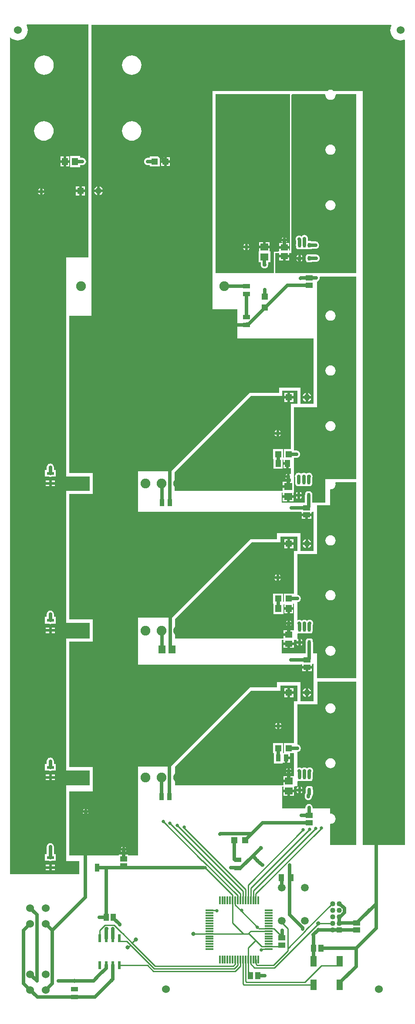
<source format=gtl>
%FSTAX23Y23*%
%MOIN*%
%SFA1B1*%

%IPPOS*%
%AMD23*
4,1,8,0.008900,0.015700,-0.008900,0.015700,-0.010800,0.013800,-0.010800,-0.013800,-0.008900,-0.015700,0.008900,-0.015700,0.010800,-0.013800,0.010800,0.013800,0.008900,0.015700,0.0*
1,1,0.003900,0.008900,0.013800*
1,1,0.003900,-0.008900,0.013800*
1,1,0.003900,-0.008900,-0.013800*
1,1,0.003900,0.008900,-0.013800*
%
%AMD24*
4,1,8,0.008900,0.015500,-0.008900,0.015500,-0.010800,0.013500,-0.010800,-0.013500,-0.008900,-0.015500,0.008900,-0.015500,0.010800,-0.013500,0.010800,0.013500,0.008900,0.015500,0.0*
1,1,0.003900,0.008900,0.013500*
1,1,0.003900,-0.008900,0.013500*
1,1,0.003900,-0.008900,-0.013500*
1,1,0.003900,0.008900,-0.013500*
%
%ADD19R,0.041340X0.055120*%
%ADD20R,0.042000X0.053150*%
%ADD21R,0.053150X0.042000*%
%ADD22R,0.053150X0.043000*%
G04~CAMADD=23~8~0.0~0.0~216.5~315.0~19.5~0.0~15~0.0~0.0~0.0~0.0~0~0.0~0.0~0.0~0.0~0~0.0~0.0~0.0~0.0~216.5~315.0*
%ADD23D23*%
G04~CAMADD=24~8~0.0~0.0~216.5~310.0~19.5~0.0~15~0.0~0.0~0.0~0.0~0~0.0~0.0~0.0~0.0~0~0.0~0.0~0.0~0.0~216.5~310.0*
%ADD24D24*%
%ADD25R,0.061020X0.053150*%
%ADD26R,0.057090X0.045280*%
%ADD27R,0.011810X0.061020*%
%ADD28R,0.061020X0.011810*%
%ADD29R,0.214570X0.259840*%
%ADD30R,0.023620X0.059060*%
%ADD31R,0.035430X0.062990*%
%ADD32C,0.032000*%
%ADD33R,0.047240X0.047240*%
%ADD34R,0.047240X0.047240*%
%ADD35R,0.053150X0.037400*%
%ADD36R,0.037400X0.053150*%
%ADD37R,0.047240X0.057090*%
%ADD38R,0.053150X0.061020*%
%ADD39R,0.051180X0.082680*%
%ADD40R,0.039370X0.053150*%
%ADD41R,0.053150X0.021650*%
%ADD54C,0.040000*%
%ADD79C,0.011000*%
%ADD80C,0.025000*%
%ADD81O,0.099000X0.263000*%
%ADD82C,0.060000*%
%ADD83C,0.074800*%
%ADD84R,0.074800X0.074800*%
%ADD85C,0.048420*%
%ADD86R,0.048420X0.048420*%
%ADD87C,0.072840*%
%ADD88R,0.040000X0.040000*%
%ADD89C,0.058980*%
%ADD90R,0.075240X0.075240*%
%ADD91C,0.075240*%
%ADD92C,0.107720*%
%ADD93C,0.025000*%
%LNchassispowerdistribution_b_1.0_rw-1*%
%LPD*%
G36*
X00625Y0753D02*
Y05745D01*
X00455*
Y0407*
X00635*
Y0396*
X00455*
Y0295*
X00635*
Y0283*
X00455*
Y0182*
X00635*
Y01705*
X00455*
Y01125*
X00555*
Y01025*
X00025*
Y07427*
X00027Y07428*
X0003Y07429*
X00041Y07419*
X00055Y07412*
X00069Y07408*
X00085Y07406*
X001Y07408*
X00114Y07412*
X00128Y07419*
X0014Y07429*
X0015Y07441*
X00157Y07455*
X00161Y07469*
X00163Y07485*
X00161Y075*
X00157Y07514*
X00152Y07525*
X00155Y0753*
X00625*
G37*
G36*
X02675Y05625D02*
X02055D01*
Y05779*
X02081*
X02086Y05777*
Y05764*
X02163*
Y0578*
X0218*
Y05799*
X0218Y058*
Y0699*
X02185Y06995*
X02437*
X02441Y06991*
X02441Y06989*
X02442Y06979*
X02446Y0697*
X02452Y06962*
X0246Y06956*
X02469Y06952*
X0248Y06951*
X0249Y06952*
X02499Y06956*
X02507Y06962*
X02513Y0697*
X02517Y06979*
X02518Y06989*
X02518Y06991*
X02522Y06995*
X02675*
Y05625*
G37*
G36*
X0217Y06995D02*
Y058D01*
X02165Y05797*
X02163Y05797*
Y05813*
X02086*
Y05792*
X02081*
Y0579*
X02045*
Y05625*
X016*
Y06995*
X0217*
G37*
G36*
X02225Y0469D02*
Y04625D01*
X02175*
Y04278*
X02122*
Y04211*
X02122Y04211*
X02117Y04214*
Y04278*
X0204*
Y04201*
X02044*
Y04128*
X02114*
Y04197*
X02115Y04197*
X0212Y04194*
Y0418*
X0215*
Y0417*
X0216*
Y04133*
X02175*
Y04088*
X0217Y04087*
X02165Y0409*
Y0407*
Y04049*
X0217Y04052*
X02175Y04051*
Y04028*
X02165*
Y03991*
X02155*
Y03981*
X02114*
Y0396*
X01285*
Y041*
X0187Y04685*
X0211*
Y04725*
X02225*
Y0469*
G37*
G36*
X02675Y02525D02*
X02375D01*
Y02715*
X02345*
Y02799*
X02344Y02806*
X02343Y02808*
Y02813*
X02342Y0282*
X02338Y02825*
X02332Y02829*
X02326Y0283*
X02308*
X02301Y02829*
X02296Y02825*
X02292Y0282*
X02291Y02813*
Y02808*
X0229Y02806*
X02289Y02799*
Y02715*
X02105*
Y02819*
X02121*
Y028*
X02198*
Y0282*
X02218*
X02221Y02815*
X02221Y02813*
Y02809*
X02232*
Y02825*
X0223Y02825*
X02226Y02826*
X02225Y02828*
Y02866*
X0223Y0287*
X02233Y02869*
X02251*
X02258Y0287*
X02261Y02872*
X02264Y0287*
X02271Y02869*
X02288*
X02295Y0287*
X02298Y02872*
X02301Y0287*
X02308Y02869*
X02325*
X02332Y0287*
X02338Y02874*
X02341Y02879*
X02343Y02886*
Y02891*
X02343Y02893*
X02344Y029*
Y02932*
X02346Y02937*
X02347Y02945*
X02346Y02952*
X02344Y02958*
X02339Y02964*
X02333Y02969*
X02327Y02971*
X0232Y02972*
X02312Y02971*
X02306Y02969*
X02303Y02967*
X02299Y02964*
X02293Y02969*
X02287Y02971*
X0228Y02972*
X02272Y02971*
X02266Y02969*
X0226Y02964*
X02256Y02967*
X02253Y02969*
X02247Y02971*
X0224Y02972*
X02232Y02971*
X0223Y0297*
X02227Y02971*
X02225Y02973*
Y03107*
X02232Y03108*
X02238Y0311*
X02244Y03115*
X02249Y03121*
X02251Y03127*
X02252Y03135*
X02251Y03142*
X02249Y03148*
X02244Y03154*
X02238Y03159*
X02232Y03161*
X02225Y03162*
Y03475*
X02375*
Y0385*
X02475*
Y03967*
X02478Y03971*
X0248Y03971*
X0249Y03972*
X02499Y03976*
X02507Y03982*
X02513Y0399*
X02517Y03999*
X02518Y04009*
X02517Y0402*
X02517Y0402*
X0252Y04025*
X02675*
Y02525*
G37*
G36*
Y0405D02*
X0244D01*
Y0387*
X0234*
Y03924*
X02339Y03931*
X02338Y03933*
Y03938*
X02337Y03945*
X02333Y0395*
X02327Y03954*
X02321Y03955*
X02303*
X02296Y03954*
X02291Y0395*
X02287Y03945*
X02286Y03938*
Y03933*
X02285Y03931*
X02284Y03924*
Y0387*
X02105*
Y03945*
X02114*
Y03925*
X02195*
Y03945*
X022*
Y0395*
X022*
Y04033*
X022*
Y04212*
X0222*
X02227Y04213*
X02233Y04215*
X02239Y0422*
X02244Y04226*
X02246Y04232*
X02247Y0424*
X02246Y04247*
X02244Y04253*
X02239Y04259*
X02233Y04264*
X02227Y04266*
X0222Y04267*
X022*
Y046*
X02375*
Y0556*
X02381Y05563*
X02387Y05567*
X02389Y0557*
X02394Y05576*
X02396Y05582*
X02397Y0559*
X02397Y05595*
X024Y056*
X02675*
Y0405*
G37*
G36*
X02225Y0361D02*
Y0357D01*
Y035*
X022*
Y03178*
X02199Y03173*
X02122*
Y03111*
X02117Y03108*
X02117Y03108*
Y03173*
X0204*
Y03096*
X02042*
Y03016*
X02119*
Y03089*
X02124Y03092*
X02125Y03092*
Y0307*
X02159*
X02192*
Y03096*
X02199*
X022Y03091*
Y02895*
X02198Y02891*
X0217*
Y02858*
X0216*
Y02848*
X02121*
Y0283*
X0129*
Y0298*
X01875Y03565*
X02095*
Y0361*
X02225*
G37*
G36*
Y0247D02*
Y0243D01*
Y0235*
X022*
Y02033*
X02199Y02028*
X02122*
Y01951*
X02117*
Y02028*
X0204*
Y01951*
X02045*
Y01873*
X02113*
Y01878*
X0213*
Y01915*
X0214*
Y01925*
X02169*
Y01951*
X02199*
X022Y01946*
Y01774*
X0217*
Y01738*
X0216*
Y01728*
X02119*
Y01705*
X0129*
Y0185*
X0187Y0243*
X02095*
Y0247*
X02225*
G37*
G36*
X02675Y0125D02*
X02475D01*
Y01407*
X02478Y01411*
X0248Y01411*
X0249Y01412*
X02499Y01416*
X02507Y01422*
X02513Y0143*
X02517Y01439*
X02518Y0145*
X02517Y0146*
X02513Y01469*
X02507Y01477*
X02499Y01483*
X0249Y01487*
X0248Y01488*
X02478Y01488*
X02475Y01492*
Y0153*
X02342*
Y01535*
X02341Y01542*
X02339Y01548*
X02334Y01554*
X02328Y01559*
X02322Y01561*
X02315Y01562*
X02307Y01561*
X02301Y01559*
X02295Y01554*
X0229Y01548*
X02288Y01542*
X02287Y01535*
Y0153*
X0211*
Y01694*
X02119*
Y01671*
X022*
Y01696*
X02205*
Y017*
X02225*
Y01736*
X0223Y0174*
X02233Y01739*
X02251*
X02258Y0174*
X02261Y01742*
X02264Y0174*
X02271Y01739*
X02288*
X02295Y0174*
X02298Y01742*
X02301Y0174*
X02308Y01739*
X02325*
X02332Y0174*
X02338Y01744*
X02341Y01749*
X02343Y01756*
Y01761*
X02343Y01763*
X02344Y0177*
Y01802*
X02346Y01807*
X02347Y01815*
X02346Y01822*
X02344Y01828*
X02339Y01834*
X02333Y01839*
X02327Y01841*
X0232Y01842*
X02312Y01841*
X02306Y01839*
X02303Y01837*
X02299Y01834*
X02293Y01839*
X02287Y01841*
X0228Y01842*
X02272Y01841*
X02266Y01839*
X0226Y01834*
X02256Y01837*
X02253Y01839*
X02247Y01841*
X0224Y01842*
X02232Y01841*
X0223Y0184*
X02227Y01841*
X02225Y01843*
Y01962*
X02232Y01963*
X02238Y01965*
X02244Y0197*
X02249Y01976*
X02251Y01982*
X02252Y0199*
X02251Y01997*
X02249Y02003*
X02244Y02009*
X02238Y02014*
X02232Y02016*
X02225Y02017*
Y02325*
X02375*
X0238Y0233*
Y025*
X02675*
Y0125*
G37*
G36*
X02945Y0752D02*
X02942Y07514D01*
X02938Y075*
X02936Y07485*
X02938Y07469*
X02942Y07455*
X02949Y07441*
X02959Y07429*
X02971Y07419*
X02985Y07412*
X02999Y07408*
X03015Y07406*
X0303Y07408*
X03044Y07412*
X03045Y07412*
X0305Y0741*
Y0125*
X02725*
Y0702*
X02504*
X02499Y07023*
X0249Y07027*
X0248Y07028*
X02469Y07027*
X0246Y07023*
X02455Y0702*
X01575*
Y0535*
X01765*
Y05125*
X0235*
Y04625*
X0225*
Y0471*
Y0475*
X02085*
Y0471*
X0186*
X0126Y0411*
X01005*
Y038*
X0225*
X02256*
Y03794*
X02261*
Y03785*
X02334*
Y03794*
X02339*
Y038*
X0235*
Y037*
Y035*
X0225*
Y0359*
Y03635*
X0207*
Y0359*
X01865*
X01265Y0299*
X01005*
Y0263*
X0225*
X02253Y02633*
X02258Y02631*
Y02629*
X02263*
Y0262*
X02336*
Y02629*
X02341*
Y02635*
X0235*
Y02575*
Y0235*
X0225*
Y02495*
X0207*
Y02455*
X0186*
X01255Y0185*
X01005*
Y0117*
X00931*
Y01174*
X00858*
Y0117*
X0048*
Y0166*
X0066*
Y01845*
X0048*
Y02805*
X0066*
Y02975*
X0048*
Y03935*
X0066*
Y04095*
X0048*
Y053*
X0065*
Y07525*
X01005*
X02943*
X02945Y0752*
G37*
%LNchassispowerdistribution_b_1.0_rw-2*%
%LPC*%
G36*
X00287Y07292D02*
X00272Y0729D01*
X00258Y07286*
X00245Y07279*
X00234Y0727*
X00225Y07259*
X00218Y07246*
X00214Y07232*
X00212Y07218*
X00214Y07203*
X00218Y07189*
X00225Y07176*
X00234Y07165*
X00245Y07156*
X00258Y07149*
X00272Y07145*
X00287Y07143*
X00301Y07145*
X00315Y07149*
X00328Y07156*
X00339Y07165*
X00348Y07176*
X00355Y07189*
X00359Y07203*
X00361Y07218*
X00359Y07232*
X00355Y07246*
X00348Y07259*
X00339Y0727*
X00328Y07279*
X00315Y07286*
X00301Y0729*
X00287Y07292*
G37*
G36*
X00286Y06787D02*
X00271Y06785D01*
X00257Y06781*
X00244Y06774*
X00233Y06765*
X00224Y06754*
X00217Y06741*
X00213Y06727*
X00211Y06713*
X00213Y06698*
X00217Y06684*
X00224Y06671*
X00233Y0666*
X00244Y06651*
X00257Y06644*
X00271Y0664*
X00286Y06638*
X003Y0664*
X00314Y06644*
X00327Y06651*
X00338Y0666*
X00347Y06671*
X00354Y06684*
X00358Y06698*
X0036Y06713*
X00358Y06727*
X00354Y06741*
X00347Y06754*
X00338Y06765*
X00327Y06774*
X00314Y06781*
X003Y06785*
X00286Y06787*
G37*
G36*
X00479Y06518D02*
X00455D01*
Y0649*
X00479*
Y06518*
G37*
G36*
X00435D02*
X00412D01*
Y0649*
X00435*
Y06518*
G37*
G36*
X00479Y0647D02*
X00455D01*
Y06441*
X00479*
Y0647*
G37*
G36*
X00435D02*
X00412D01*
Y06441*
X00435*
Y0647*
G37*
G36*
X00562Y06523D02*
X00485D01*
Y06436*
X00562*
Y06452*
X0058*
X00587Y06453*
X00594Y06455*
X006Y0646*
X00604Y06466*
X00607Y06472*
X00608Y0648*
X00607Y06487*
X00604Y06493*
X006Y06499*
X00594Y06504*
X00587Y06506*
X0058Y06507*
X0058*
X00562*
Y06523*
G37*
G36*
X006Y06289D02*
X00576D01*
Y06265*
X006*
Y06289*
G37*
G36*
X00556D02*
X00531D01*
Y06265*
X00556*
Y06289*
G37*
G36*
X00275Y06274D02*
Y0626D01*
X00289*
X00287Y06263*
X00283Y06268*
X00278Y06272*
X00275Y06274*
G37*
G36*
X00255D02*
X00251Y06272D01*
X00246Y06268*
X00242Y06263*
X00241Y0626*
X00255*
Y06274*
G37*
G36*
X00289Y0624D02*
X00275D01*
Y06226*
X00278Y06227*
X00283Y06231*
X00287Y06236*
X00289Y0624*
G37*
G36*
X00255D02*
X00241D01*
X00242Y06236*
X00246Y06231*
X00251Y06227*
X00255Y06226*
Y0624*
G37*
G36*
X006Y06245D02*
X00576D01*
Y0622*
X006*
Y06245*
G37*
G36*
X00556D02*
X00531D01*
Y0622*
X00556*
Y06245*
G37*
G36*
X00335Y04167D02*
X00327Y04166D01*
X00321Y04164*
X00315Y04159*
X0031Y04153*
X00308Y04147*
X00307Y0414*
Y04119*
X00293*
Y04067*
X00325*
X00327Y04066*
X00335Y04065*
X00342Y04066*
X00344Y04067*
X00376*
Y04119*
X00362*
Y0414*
X00361Y04147*
X00359Y04153*
X00354Y04159*
X00348Y04164*
X00342Y04166*
X00335Y04167*
G37*
G36*
X00371Y04037D02*
X00345D01*
Y04026*
X00371*
Y04037*
G37*
G36*
X00325D02*
X00298D01*
Y04026*
X00325*
Y04037*
G37*
G36*
X00371Y04006D02*
X00345D01*
Y03995*
X00371*
Y04006*
G37*
G36*
X00325D02*
X00298D01*
Y03995*
X00325*
Y04006*
G37*
G36*
X00335Y03042D02*
X00327Y03041D01*
X00321Y03039*
X00315Y03034*
X0031Y03028*
X00308Y03022*
X00307Y03015*
Y02994*
X00293*
Y02942*
X00325*
X00327Y02941*
X00335Y0294*
X00342Y02941*
X00344Y02942*
X00376*
Y02994*
X00362*
Y03015*
X00361Y03022*
X00359Y03028*
X00354Y03034*
X00348Y03039*
X00342Y03041*
X00335Y03042*
G37*
G36*
X00371Y02912D02*
X00345D01*
Y02901*
X00371*
Y02912*
G37*
G36*
X00325D02*
X00298D01*
Y02901*
X00325*
Y02912*
G37*
G36*
X00371Y02881D02*
X00345D01*
Y0287*
X00371*
Y02881*
G37*
G36*
X00325D02*
X00298D01*
Y0287*
X00325*
Y02881*
G37*
G36*
X00335Y01917D02*
X00327Y01916D01*
X00321Y01914*
X00315Y01909*
X0031Y01903*
X00308Y01897*
X00307Y0189*
Y01869*
X00293*
Y01817*
X00325*
X00327Y01816*
X00335Y01815*
X00342Y01816*
X00344Y01817*
X00376*
Y01869*
X00362*
Y0189*
X00361Y01897*
X00359Y01903*
X00354Y01909*
X00348Y01914*
X00342Y01916*
X00335Y01917*
G37*
G36*
X00371Y01787D02*
X00345D01*
Y01776*
X00371*
Y01787*
G37*
G36*
X00325D02*
X00298D01*
Y01776*
X00325*
Y01787*
G37*
G36*
X00371Y01756D02*
X00345D01*
Y01745*
X00371*
Y01756*
G37*
G36*
X00325D02*
X00298D01*
Y01745*
X00325*
Y01756*
G37*
G36*
X00335Y01262D02*
X00327Y01261D01*
X00321Y01259*
X00315Y01254*
X0031Y01248*
X00308Y01242*
X00307Y01235*
Y01179*
X00293*
Y01127*
X00325*
X00327Y01126*
X00335Y01125*
X00342Y01126*
X00344Y01127*
X00376*
Y01179*
X00362*
Y01235*
X00361Y01242*
X00359Y01248*
X00354Y01254*
X00348Y01259*
X00342Y01261*
X00335Y01262*
G37*
G36*
X00371Y01097D02*
X00345D01*
Y01086*
X00371*
Y01097*
G37*
G36*
X00325D02*
X00298D01*
Y01086*
X00325*
Y01097*
G37*
G36*
X00371Y01066D02*
X00345D01*
Y01055*
X00371*
Y01066*
G37*
G36*
X00325D02*
X00298D01*
Y01055*
X00325*
Y01066*
G37*
G36*
X0248Y06608D02*
X02469Y06607D01*
X0246Y06603*
X02452Y06597*
X02446Y06589*
X02442Y0658*
X02441Y06569*
X02442Y06559*
X02446Y0655*
X02452Y06542*
X0246Y06536*
X02469Y06532*
X0248Y06531*
X0249Y06532*
X02499Y06536*
X02507Y06542*
X02513Y0655*
X02517Y06559*
X02518Y06569*
X02517Y0658*
X02513Y06589*
X02507Y06597*
X02499Y06603*
X0249Y06607*
X0248Y06608*
G37*
G36*
Y06183D02*
X02469Y06182D01*
X0246Y06178*
X02452Y06172*
X02446Y06164*
X02442Y06155*
X02441Y06145*
X02442Y06134*
X02446Y06125*
X02452Y06117*
X0246Y06111*
X02469Y06107*
X0248Y06106*
X0249Y06107*
X02499Y06111*
X02507Y06117*
X02513Y06125*
X02517Y06134*
X02518Y06145*
X02517Y06155*
X02513Y06164*
X02507Y06172*
X02499Y06178*
X0249Y06182*
X0248Y06183*
G37*
G36*
X0228Y05917D02*
X02272Y05916D01*
X02266Y05914*
X0226Y05909*
X02257Y05906*
X02253Y05909*
X02247Y05911*
X0224Y05912*
X02232Y05911*
X02226Y05909*
X0222Y05904*
X02215Y05898*
X02213Y05892*
X02212Y05885*
X02213Y05877*
X02215Y05871*
X02217Y05869*
Y05856*
X02216Y05853*
Y05848*
X02215Y05847*
X02214Y0584*
X02215Y05833*
X02216Y05831*
Y05826*
X02217Y0582*
X02221Y05814*
X02227Y0581*
X02233Y05809*
X02251*
X02258Y0581*
X02261Y05812*
X02264Y0581*
X02271Y05809*
X02288*
X02295Y0581*
X02298Y05812*
X02301Y0581*
X02308Y05809*
X02325*
X02332Y0581*
X02335Y05812*
X02365*
X02372Y05813*
X02378Y05815*
X02384Y0582*
X02389Y05826*
X02391Y05832*
X02392Y0584*
X02391Y05847*
X02389Y05853*
X02384Y05859*
X02378Y05864*
X02372Y05866*
X02365Y05867*
X02335*
X02332Y05869*
X02325Y05871*
X02308*
X02307Y05871*
Y0589*
X02306Y05897*
X02304Y05903*
X02299Y05909*
X02293Y05914*
X02287Y05916*
X0228Y05917*
G37*
G36*
X02252Y05765D02*
Y05749D01*
X02263*
Y05753*
X02262Y05758*
X0226Y05762*
X02256Y05764*
X02252Y05765*
G37*
G36*
X02232D02*
X02229Y05764D01*
X02225Y05762*
X02222Y05758*
X02221Y05753*
Y05749*
X02232*
Y05765*
G37*
G36*
X02163Y05744D02*
X02135D01*
Y05722*
X02163*
Y05744*
G37*
G36*
X02115D02*
X02086D01*
Y05722*
X02115*
Y05744*
G37*
G36*
X02263Y05729D02*
X02252D01*
Y05714*
X02256Y05714*
X0226Y05717*
X02262Y05721*
X02263Y05726*
Y05729*
G37*
G36*
X02232D02*
X02221D01*
Y05726*
X02222Y05721*
X02225Y05717*
X02229Y05714*
X02232Y05714*
Y05729*
G37*
G36*
X02326Y0577D02*
X02308D01*
X02301Y05769*
X02296Y05765*
X02292Y0576*
X02291Y05753*
Y05748*
X0229Y05746*
X02289Y05739*
X0229Y05732*
X02291Y05731*
Y05726*
X02292Y05719*
X02296Y05713*
X02301Y0571*
X02308Y05708*
X02326*
X02332Y0571*
X02336Y05712*
X0237*
X02377Y05713*
X02383Y05715*
X02389Y0572*
X02394Y05726*
X02396Y05732*
X02397Y0574*
X02396Y05747*
X02394Y05753*
X02389Y05759*
X02383Y05764*
X02377Y05766*
X0237Y05767*
X02335*
X02332Y05769*
X02326Y0577*
G37*
G36*
X02135Y059D02*
Y0589D01*
X02145*
X02141Y05896*
X02135Y059*
G37*
G36*
X02115D02*
X02108Y05896D01*
X02104Y0589*
X02115*
Y059*
G37*
G36*
X02014Y05863D02*
X01984D01*
Y05836*
X02014*
Y05863*
G37*
G36*
X01964D02*
X01933D01*
Y05836*
X01964*
Y05863*
G37*
G36*
X01845Y05849D02*
Y05835D01*
X01859*
X01857Y05838*
X01853Y05843*
X01848Y05847*
X01845Y05849*
G37*
G36*
X01825D02*
X01821Y05847D01*
X01816Y05843*
X01812Y05838*
X01811Y05835*
X01825*
Y05849*
G37*
G36*
X02145Y0587D02*
X02104D01*
X02108Y05863*
X02112Y05861*
X0211Y05856*
X02086*
Y05833*
X02163*
Y05856*
X02139*
X02137Y05861*
X02141Y05863*
X02145Y0587*
G37*
G36*
X01859Y05815D02*
X01845D01*
Y05801*
X01848Y05802*
X01853Y05806*
X01857Y05811*
X01859Y05815*
G37*
G36*
X01825D02*
X01811D01*
X01812Y05811*
X01816Y05806*
X01821Y05802*
X01825Y05801*
Y05815*
G37*
G36*
X02014Y05816D02*
X01933D01*
Y05791*
X01928*
Y05708*
X01946*
Y0569*
X01947Y05683*
X0195Y05676*
X01954Y0567*
X01955Y0567*
X01961Y05665*
X01967Y05663*
X01975Y05662*
X01982Y05663*
X01988Y05665*
X01994Y0567*
X01999Y05676*
X02001Y05682*
X02002Y0569*
X02002Y05694*
Y05708*
X02019*
Y05791*
X02014*
Y05816*
G37*
G36*
X02195Y04709D02*
X02171D01*
Y04685*
X02195*
Y04709*
G37*
G36*
X02151D02*
X02126D01*
Y04685*
X02151*
Y04709*
G37*
G36*
X02195Y04665D02*
X02171D01*
Y0464*
X02195*
Y04665*
G37*
G36*
X02151D02*
X02126D01*
Y0464*
X02151*
Y04665*
G37*
G36*
X02085Y04424D02*
Y0441D01*
X02099*
X02097Y04413*
X02093Y04418*
X02088Y04422*
X02085Y04424*
G37*
G36*
X02065D02*
X02061Y04422D01*
X02056Y04418*
X02052Y04413*
X02051Y0441*
X02065*
Y04424*
G37*
G36*
X02099Y0439D02*
X02085D01*
Y04376*
X02088Y04377*
X02093Y04381*
X02097Y04386*
X02099Y0439*
G37*
G36*
X02065D02*
X02051D01*
X02052Y04386*
X02056Y04381*
X02061Y04377*
X02065Y04376*
Y0439*
G37*
G36*
X0214Y0416D02*
X0212D01*
Y04133*
X0214*
Y0416*
G37*
G36*
X02145Y0409D02*
X02138Y04086D01*
X02134Y0408*
X02145*
Y0409*
G37*
G36*
Y0406D02*
X02134D01*
X02138Y04053*
X02145Y04049*
Y0406*
G37*
G36*
Y04028D02*
X02114D01*
Y04001*
X02145*
Y04028*
G37*
G36*
X0248Y03618D02*
X02469Y03617D01*
X0246Y03613*
X02452Y03607*
X02446Y03599*
X02442Y0359*
X02441Y03579*
X02442Y03569*
X02446Y0356*
X02452Y03552*
X0246Y03546*
X02469Y03542*
X0248Y03541*
X0249Y03542*
X02499Y03546*
X02507Y03552*
X02513Y0356*
X02517Y03569*
X02518Y03579*
X02517Y0359*
X02513Y03599*
X02507Y03607*
X02499Y03613*
X0249Y03617*
X0248Y03618*
G37*
G36*
Y03198D02*
X02469Y03197D01*
X0246Y03193*
X02452Y03187*
X02446Y03179*
X02442Y0317*
X02441Y03159*
X02442Y03149*
X02446Y0314*
X02452Y03132*
X0246Y03126*
X02469Y03122*
X0248Y03121*
X0249Y03122*
X02499Y03126*
X02507Y03132*
X02513Y0314*
X02517Y03149*
X02518Y03159*
X02517Y0317*
X02513Y03179*
X02507Y03187*
X02499Y03193*
X0249Y03197*
X0248Y03198*
G37*
G36*
X02252Y02825D02*
Y02809D01*
X02263*
Y02813*
X02262Y02818*
X0226Y02822*
X02256Y02824*
X02252Y02825*
G37*
G36*
X02263Y02789D02*
X02252D01*
Y02774*
X02256Y02774*
X0226Y02777*
X02262Y02781*
X02263Y02786*
Y02789*
G37*
G36*
X02232D02*
X02221D01*
Y02786*
X02222Y02781*
X02225Y02777*
X02229Y02774*
X02232Y02774*
Y02789*
G37*
G36*
X02198Y0278D02*
X0217D01*
Y02757*
X02198*
Y0278*
G37*
G36*
X0215D02*
X02121D01*
Y02757*
X0215*
Y0278*
G37*
G36*
X0248Y02773D02*
X02469Y02772D01*
X0246Y02768*
X02452Y02762*
X02446Y02754*
X02442Y02745*
X02441Y02735*
X02442Y02724*
X02446Y02715*
X02452Y02707*
X0246Y02701*
X02469Y02697*
X0248Y02696*
X0249Y02697*
X02499Y02701*
X02507Y02707*
X02513Y02715*
X02517Y02724*
X02518Y02735*
X02517Y02745*
X02513Y02754*
X02507Y02762*
X02499Y02768*
X0249Y02772*
X0248Y02773*
G37*
G36*
Y05338D02*
X02469Y05337D01*
X0246Y05333*
X02452Y05327*
X02446Y05319*
X02442Y0531*
X02441Y05299*
X02442Y05289*
X02446Y0528*
X02452Y05272*
X0246Y05266*
X02469Y05262*
X0248Y05261*
X0249Y05262*
X02499Y05266*
X02507Y05272*
X02513Y0528*
X02517Y05289*
X02518Y05299*
X02517Y0531*
X02513Y05319*
X02507Y05327*
X02499Y05333*
X0249Y05337*
X0248Y05338*
G37*
G36*
Y04918D02*
X02469Y04917D01*
X0246Y04913*
X02452Y04907*
X02446Y04899*
X02442Y0489*
X02441Y04879*
X02442Y04869*
X02446Y0486*
X02452Y04852*
X0246Y04846*
X02469Y04842*
X0248Y04841*
X0249Y04842*
X02499Y04846*
X02507Y04852*
X02513Y0486*
X02517Y04869*
X02518Y04879*
X02517Y0489*
X02513Y04899*
X02507Y04907*
X02499Y04913*
X0249Y04917*
X0248Y04918*
G37*
G36*
Y04493D02*
X02469Y04492D01*
X0246Y04488*
X02452Y04482*
X02446Y04474*
X02442Y04465*
X02441Y04455*
X02442Y04444*
X02446Y04435*
X02452Y04427*
X0246Y04421*
X02469Y04417*
X0248Y04416*
X0249Y04417*
X02499Y04421*
X02507Y04427*
X02513Y04435*
X02517Y04444*
X02518Y04455*
X02517Y04465*
X02513Y04474*
X02507Y04482*
X02499Y04488*
X0249Y04492*
X0248Y04493*
G37*
G36*
X02315Y04097D02*
X02307Y04096D01*
X02301Y04094*
X02295Y04089*
X02294*
X02288Y04094*
X02282Y04096*
X02275Y04097*
X02267Y04096*
X02261Y04094*
X02255Y04089*
X02251Y04092*
X02248Y04094*
X02242Y04096*
X02235Y04097*
X02227Y04096*
X02221Y04094*
X02215Y04089*
X0221Y04083*
X02208Y04077*
X02207Y0407*
X02208Y04062*
X02209Y04058*
Y04025*
X0221Y04018*
X02211Y04016*
Y04011*
X02212Y04005*
X02216Y03999*
X02222Y03995*
X02228Y03994*
X02246*
X02253Y03995*
X02256Y03997*
X02259Y03995*
X02266Y03994*
X02283*
X0229Y03995*
X02293Y03997*
X02296Y03995*
X02303Y03994*
X0232*
X02327Y03995*
X02333Y03999*
X02336Y04004*
X02338Y04011*
Y04016*
X02338Y04018*
X02339Y04025*
Y04057*
X02341Y04062*
X02342Y0407*
X02341Y04077*
X02339Y04083*
X02334Y04089*
X02328Y04094*
X02322Y04096*
X02315Y04097*
G37*
G36*
X02247Y0395D02*
Y03934D01*
X02258*
Y03938*
X02257Y03943*
X02255Y03947*
X02251Y03949*
X02247Y0395*
G37*
G36*
X02227D02*
X02224Y03949D01*
X0222Y03947*
X02217Y03943*
X02216Y03938*
Y03934*
X02227*
Y0395*
G37*
G36*
X02258Y03914D02*
X02247D01*
Y03899*
X02251Y03899*
X02255Y03902*
X02257Y03906*
X02258Y03911*
Y03914*
G37*
G36*
X02227D02*
X02216D01*
Y03911*
X02217Y03906*
X0222Y03902*
X02224Y03899*
X02227Y03899*
Y03914*
G37*
G36*
X02195Y03905D02*
X02165D01*
Y03878*
X02195*
Y03905*
G37*
G36*
X02145D02*
X02114D01*
Y03878*
X02145*
Y03905*
G37*
G36*
X02195Y03589D02*
X02171D01*
Y03565*
X02195*
Y03589*
G37*
G36*
X02151D02*
X02126D01*
Y03565*
X02151*
Y03589*
G37*
G36*
X02195Y03545D02*
X02171D01*
Y0352*
X02195*
Y03545*
G37*
G36*
X02151D02*
X02126D01*
Y0352*
X02151*
Y03545*
G37*
G36*
X02085Y03319D02*
Y03305D01*
X02099*
X02097Y03308*
X02093Y03313*
X02088Y03317*
X02085Y03319*
G37*
G36*
X02065D02*
X02061Y03317D01*
X02056Y03313*
X02052Y03308*
X02051Y03305*
X02065*
Y03319*
G37*
G36*
X02099Y03285D02*
X02085D01*
Y03271*
X02088Y03272*
X02093Y03276*
X02097Y03281*
X02099Y03285*
G37*
G36*
X02065D02*
X02051D01*
X02052Y03281*
X02056Y03276*
X02061Y03272*
X02065Y03271*
Y03285*
G37*
G36*
X02192Y0305D02*
X02169D01*
Y03021*
X02192*
Y0305*
G37*
G36*
X02149D02*
X02125D01*
Y03021*
X02149*
Y0305*
G37*
G36*
X0217Y02965D02*
Y02955D01*
X0218*
X02176Y02961*
X0217Y02965*
G37*
G36*
X0215D02*
X02143Y02961D01*
X02139Y02955*
X0215*
Y02965*
G37*
G36*
X0218Y02935D02*
X0217D01*
Y02924*
X02176Y02928*
X0218Y02935*
G37*
G36*
X0215D02*
X02139D01*
X02143Y02928*
X0215Y02924*
Y02935*
G37*
G36*
Y02891D02*
X02121D01*
Y02868*
X0215*
Y02891*
G37*
G36*
X02195Y02449D02*
X02171D01*
Y02425*
X02195*
Y02449*
G37*
G36*
X02151D02*
X02126D01*
Y02425*
X02151*
Y02449*
G37*
G36*
X02195Y02405D02*
X02171D01*
Y0238*
X02195*
Y02405*
G37*
G36*
X02151D02*
X02126D01*
Y0238*
X02151*
Y02405*
G37*
G36*
X0209Y02184D02*
Y0217D01*
X02104*
X02102Y02173*
X02098Y02178*
X02093Y02182*
X0209Y02184*
G37*
G36*
X0207D02*
X02066Y02182D01*
X02061Y02178*
X02057Y02173*
X02056Y0217*
X0207*
Y02184*
G37*
G36*
X02104Y0215D02*
X0209D01*
Y02136*
X02093Y02137*
X02098Y02141*
X02102Y02146*
X02104Y0215*
G37*
G36*
X0207D02*
X02056D01*
X02057Y02146*
X02061Y02141*
X02066Y02137*
X0207Y02136*
Y0215*
G37*
G36*
X02169Y01905D02*
X0215D01*
Y01878*
X02169*
Y01905*
G37*
G36*
X0217Y01835D02*
Y01825D01*
X0218*
X02176Y01831*
X0217Y01835*
G37*
G36*
X0215D02*
X02143Y01831D01*
X02139Y01825*
X0215*
Y01835*
G37*
G36*
X0218Y01805D02*
X0217D01*
Y01794*
X02176Y01798*
X0218Y01805*
G37*
G36*
X0215D02*
X02139D01*
X02143Y01798*
X0215Y01794*
Y01805*
G37*
G36*
Y01774D02*
X02119D01*
Y01748*
X0215*
Y01774*
G37*
G36*
X0248Y02333D02*
X02469Y02332D01*
X0246Y02328*
X02452Y02322*
X02446Y02314*
X02442Y02305*
X02441Y02294*
X02442Y02284*
X02446Y02275*
X02452Y02267*
X0246Y02261*
X02469Y02257*
X0248Y02256*
X0249Y02257*
X02499Y02261*
X02507Y02267*
X02513Y02275*
X02517Y02284*
X02518Y02294*
X02517Y02305*
X02513Y02314*
X02507Y02322*
X02499Y02328*
X0249Y02332*
X0248Y02333*
G37*
G36*
Y01913D02*
X02469Y01912D01*
X0246Y01908*
X02452Y01902*
X02446Y01894*
X02442Y01885*
X02441Y01874*
X02442Y01864*
X02446Y01855*
X02452Y01847*
X0246Y01841*
X02469Y01837*
X0248Y01836*
X0249Y01837*
X02499Y01841*
X02507Y01847*
X02513Y01855*
X02517Y01864*
X02518Y01874*
X02517Y01885*
X02513Y01894*
X02507Y01902*
X02499Y01908*
X0249Y01912*
X0248Y01913*
G37*
G36*
X02252Y01695D02*
Y01679D01*
X02263*
Y01683*
X02262Y01688*
X0226Y01692*
X02256Y01694*
X02252Y01695*
G37*
G36*
X02232D02*
X02229Y01694D01*
X02225Y01692*
X02222Y01688*
X02221Y01683*
Y01679*
X02232*
Y01695*
G37*
G36*
X02263Y01659D02*
X02252D01*
Y01644*
X02256Y01644*
X0226Y01647*
X02262Y01651*
X02263Y01656*
Y01659*
G37*
G36*
X02232D02*
X02221D01*
Y01656*
X02222Y01651*
X02225Y01647*
X02229Y01644*
X02232Y01644*
Y01659*
G37*
G36*
X022Y01651D02*
X0217D01*
Y01625*
X022*
Y01651*
G37*
G36*
X0215D02*
X02119D01*
Y01625*
X0215*
Y01651*
G37*
G36*
X02326Y017D02*
X02308D01*
X02301Y01699*
X02296Y01695*
X02292Y0169*
X02291Y01683*
Y01678*
X0229Y01676*
X02289Y01669*
Y01648*
X02285Y01643*
X02283Y01637*
X02282Y0163*
Y0162*
X02283Y01612*
X02285Y01606*
X0229Y016*
X02296Y01595*
X02302Y01593*
X0231Y01592*
X02317Y01593*
X02323Y01595*
X02329Y016*
X02334Y01606*
X02336Y01612*
X02337Y01618*
X02341Y01623*
X02344Y0163*
X02345Y01637*
Y01669*
X02344Y01676*
X02343Y01678*
Y01683*
X02342Y0169*
X02338Y01695*
X02332Y01699*
X02326Y017*
G37*
G36*
X00959Y07292D02*
X00944Y0729D01*
X0093Y07286*
X00917Y07279*
X00906Y0727*
X00897Y07259*
X0089Y07246*
X00886Y07232*
X00884Y07218*
X00886Y07203*
X0089Y07189*
X00897Y07176*
X00906Y07165*
X00917Y07156*
X0093Y07149*
X00944Y07145*
X00959Y07143*
X00973Y07145*
X00987Y07149*
X01Y07156*
X01011Y07165*
X0102Y07176*
X01027Y07189*
X01031Y07203*
X01033Y07218*
X01031Y07232*
X01027Y07246*
X0102Y07259*
X01011Y0727*
X01Y07279*
X00987Y07286*
X00973Y0729*
X00959Y07292*
G37*
G36*
X00958Y06787D02*
X00943Y06785D01*
X00929Y06781*
X00916Y06774*
X00905Y06765*
X00896Y06754*
X00889Y06741*
X00885Y06727*
X00883Y06713*
X00885Y06698*
X00889Y06684*
X00896Y06671*
X00905Y0666*
X00916Y06651*
X00929Y06644*
X00943Y0664*
X00958Y06638*
X00972Y0664*
X00986Y06644*
X00999Y06651*
X0101Y0666*
X01019Y06671*
X01026Y06684*
X0103Y06698*
X01032Y06713*
X0103Y06727*
X01026Y06741*
X01019Y06754*
X0101Y06765*
X00999Y06774*
X00986Y06781*
X00972Y06785*
X00958Y06787*
G37*
G36*
X01249Y06513D02*
X01226D01*
Y0649*
X01249*
Y06513*
G37*
G36*
X01206D02*
X01182D01*
Y0649*
X01206*
Y06513*
G37*
G36*
X01249Y0647D02*
X01226D01*
Y06446*
X01249*
Y0647*
G37*
G36*
X01206D02*
X01182D01*
Y06446*
X01206*
Y0647*
G37*
G36*
X01172Y06518D02*
X01095D01*
Y06507*
X0108*
X01072Y06506*
X01066Y06504*
X0106Y06499*
X01055Y06493*
X01053Y06487*
X01052Y0648*
X01053Y06472*
X01055Y06466*
X0106Y0646*
X01066Y06455*
X01072Y06453*
X0108Y06452*
X01095*
Y06441*
X01172*
Y06518*
G37*
G36*
X00713Y06287D02*
Y06265D01*
X00736*
X00733Y06272*
X00728Y06279*
X00721Y06284*
X00713Y06287*
G37*
G36*
X00693D02*
X00686Y06284D01*
X00679Y06279*
X00674Y06272*
X00671Y06265*
X00693*
Y06287*
G37*
G36*
X00736Y06245D02*
X00713D01*
Y06222*
X00721Y06225*
X00728Y0623*
X00733Y06237*
X00736Y06245*
G37*
G36*
X00693D02*
X00671D01*
X00674Y06237*
X00679Y0623*
X00686Y06225*
X00693Y06222*
Y06245*
G37*
G36*
X02308Y04707D02*
Y04685D01*
X02331*
X02328Y04692*
X02323Y04699*
X02316Y04704*
X02308Y04707*
G37*
G36*
X02288D02*
X02281Y04704D01*
X02274Y04699*
X02269Y04692*
X02266Y04685*
X02288*
Y04707*
G37*
G36*
X02331Y04665D02*
X02308D01*
Y04642*
X02316Y04645*
X02323Y0465*
X02328Y04657*
X02331Y04665*
G37*
G36*
X02288D02*
X02266D01*
X02269Y04657*
X02274Y0465*
X02281Y04645*
X02288Y04642*
Y04665*
G37*
G36*
X02334Y03765D02*
X02307D01*
Y03744*
X02334*
Y03765*
G37*
G36*
X02287D02*
X02261D01*
Y03744*
X02287*
Y03765*
G37*
G36*
X02308Y03587D02*
Y03565D01*
X02331*
X02328Y03572*
X02323Y03579*
X02316Y03584*
X02308Y03587*
G37*
G36*
X02288D02*
X02281Y03584D01*
X02274Y03579*
X02269Y03572*
X02266Y03565*
X02288*
Y03587*
G37*
G36*
X02331Y03545D02*
X02308D01*
Y03522*
X02316Y03525*
X02323Y0353*
X02328Y03537*
X02331Y03545*
G37*
G36*
X02288D02*
X02266D01*
X02269Y03537*
X02274Y0353*
X02281Y03525*
X02288Y03522*
Y03545*
G37*
G36*
X02336Y026D02*
X0231D01*
Y02579*
X02336*
Y026*
G37*
G36*
X0229D02*
X02263D01*
Y02579*
X0229*
Y026*
G37*
G36*
X02308Y02447D02*
Y02425D01*
X02331*
X02328Y02432*
X02323Y02439*
X02316Y02444*
X02308Y02447*
G37*
G36*
X02288D02*
X02281Y02444D01*
X02274Y02439*
X02269Y02432*
X02266Y02425*
X02288*
Y02447*
G37*
G36*
X02331Y02405D02*
X02308D01*
Y02382*
X02316Y02385*
X02323Y0239*
X02328Y02397*
X02331Y02405*
G37*
G36*
X02288D02*
X02266D01*
X02269Y02397*
X02274Y0239*
X02281Y02385*
X02288Y02382*
Y02405*
G37*
G36*
X00615Y01525D02*
Y01515D01*
X00625*
X00621Y01521*
X00615Y01525*
G37*
G36*
X00595D02*
X00588Y01521D01*
X00584Y01515*
X00595*
Y01525*
G37*
G36*
X00625Y01495D02*
X00615D01*
Y01484*
X00621Y01488*
X00625Y01495*
G37*
G36*
X00595D02*
X00584D01*
X00588Y01488*
X00595Y01484*
Y01495*
G37*
G36*
X00905Y01235D02*
Y01225D01*
X00915*
X00911Y01231*
X00905Y01235*
G37*
G36*
X00885D02*
X00878Y01231D01*
X00874Y01225*
X00885*
Y01235*
G37*
G36*
X00915Y01205D02*
X00905D01*
Y01194*
X00911Y01198*
X00915Y01205*
G37*
G36*
X00885D02*
X00874D01*
X00878Y01198*
X00885Y01194*
Y01205*
G37*
%LNchassispowerdistribution_b_1.0_rw-3*%
%LPD*%
G54D19*
X02102Y01D03*
X02177D03*
G54D20*
X00762Y00695D03*
X00817D03*
X0235Y0046D03*
X02405D03*
X01922Y0025D03*
X01867D03*
G54D21*
X0268Y00652D03*
Y00597D03*
X02315Y05587D03*
Y05532D03*
X023Y02665D03*
Y0261D03*
X02315Y01475D03*
Y0142D03*
X02297Y0383D03*
Y03775D03*
G54D22*
X02105Y00538D03*
Y00482D03*
X00895Y01143D03*
Y01087D03*
G54D23*
X02317Y0584D03*
X02242Y05739D03*
X02317D03*
X02312Y04025D03*
X02237Y03924D03*
X02312D03*
X02317Y029D03*
X02242Y02799D03*
X02317D03*
X02317Y0177D03*
X02242Y01669D03*
X02317D03*
G54D24*
X0228Y0584D03*
X02242D03*
X02275Y04025D03*
X02237D03*
X0228Y029D03*
X02242D03*
X0228Y0177D03*
X02242D03*
G54D25*
X0216Y01738D03*
Y01661D03*
X02155Y03991D03*
Y03915D03*
X01974Y0575D03*
Y05826D03*
G54D26*
X0216Y02858D03*
Y0279D03*
X02125Y05823D03*
Y05754D03*
G54D27*
X01927Y00826D03*
X01907D03*
X01888D03*
X01868D03*
X01848D03*
X01829D03*
X01809D03*
X01789D03*
X0177D03*
X0175D03*
X0173D03*
X01711D03*
X01691D03*
X01671D03*
X01652D03*
X01632D03*
Y00373D03*
X01652D03*
X01671D03*
X01691D03*
X01711D03*
X0173D03*
X0175D03*
X0177D03*
X01789D03*
X01809D03*
X01829D03*
X01848D03*
X01868D03*
X01888D03*
X01907D03*
X01927D03*
G54D28*
X01553Y00747D03*
Y00727D03*
Y00708D03*
Y00688D03*
Y00668D03*
Y00649D03*
Y00629D03*
Y00609D03*
Y0059D03*
Y0057D03*
Y0055D03*
Y00531D03*
Y00511D03*
Y00491D03*
Y00472D03*
Y00452D03*
X02006D03*
Y00472D03*
Y00491D03*
Y00511D03*
Y00531D03*
Y0055D03*
Y0057D03*
Y0059D03*
Y00609D03*
Y00629D03*
Y00649D03*
Y00668D03*
Y00688D03*
Y00708D03*
Y00727D03*
Y00747D03*
G54D29*
X00604Y01315D03*
G54D30*
X00762Y00536D03*
X00862Y00327D03*
X00812D03*
X00762D03*
X00712D03*
Y00536D03*
X00812D03*
X00862D03*
G54D31*
X00693Y01074D03*
X00514D03*
G54D32*
X02385Y0065D03*
X02775Y0075D03*
X0052Y0021D03*
X00803Y00213D03*
X0099Y00525D03*
X00925Y00465D03*
X02385Y006D03*
X0192Y0113D03*
X0143Y0057D03*
X01945Y01225D03*
X0208Y0216D03*
X02075Y03295D03*
Y044D03*
X01835Y05825D03*
X00265Y0625D03*
G54D33*
X01975Y05363D03*
Y05446D03*
G54D34*
X01826Y01285D03*
X01743D03*
X02161Y0199D03*
X02078D03*
X02161Y03135D03*
X02078D03*
X02161Y0424D03*
X02078D03*
X01216Y0648D03*
X01133D03*
G54D35*
X0177Y01135D03*
Y01073D03*
X0052Y00145D03*
Y00084D03*
X01835Y05228D03*
Y0529D03*
Y05465D03*
Y05526D03*
G54D36*
X02079Y01915D03*
X0214D03*
X01246Y0162D03*
X01185D03*
X0125Y0387D03*
X01189D03*
G54D37*
X0208Y0306D03*
X02159D03*
X00445Y0648D03*
X00524D03*
G54D38*
X01266Y02745D03*
X0119D03*
G54D39*
X0235Y00179D03*
X0255D03*
Y0036D03*
X0235D03*
G54D40*
X02079Y0417D03*
X0215D03*
G54D41*
X00335Y01153D03*
Y01076D03*
Y04016D03*
Y04093D03*
Y02891D03*
Y02968D03*
Y01766D03*
Y01843D03*
G54D54*
X02495Y006D03*
X02545Y0065D03*
X02495D03*
X02545Y007D03*
X02495D03*
X02545Y0075D03*
X02495D03*
X02545Y008D03*
X02495D03*
G54D79*
X01848Y0028D02*
Y00463D01*
X01905Y0052*
X01855Y0057D02*
X01905Y0052D01*
X01952Y00472*
X01814Y0057D02*
X01848D01*
X0185Y0057D02*
X01855D01*
X02006Y00472D02*
X02107D01*
X01731Y00653D02*
Y00826D01*
Y00653D02*
X01814Y0057D01*
X01553D02*
X01814D01*
X01848D02*
X01851Y00573D01*
X01952Y00472D02*
X02006D01*
X01851Y00573D02*
X01868Y0059D01*
X02006Y00472D02*
X02006Y00472D01*
X01795Y00745D02*
X018Y0075D01*
X01795Y00745D02*
X0192Y0062D01*
X018Y0075D02*
D01*
X0175Y0079D02*
X01795Y00745D01*
X01868Y0059D02*
X02006D01*
X01896Y0031D02*
X02051D01*
X01916Y00329D02*
X02044D01*
X01908Y00337D02*
X01916Y00329D01*
X01868Y00337D02*
X01896Y0031D01*
X02051D02*
X02383Y00641D01*
X01908Y00337D02*
Y00373D01*
X02046Y00609D02*
X02105Y0055D01*
X012Y01428D02*
X01497Y0113D01*
X01789Y00826D02*
Y00875D01*
X0125Y01415D02*
X01789Y00875D01*
X01497Y0113D02*
X01501D01*
X01769Y00862*
X01305Y014D02*
X01809Y00895D01*
Y00826D02*
Y00895D01*
X0136Y0138D02*
Y01385D01*
Y0138D02*
X01829Y0091D01*
Y00826D02*
Y0091D01*
X00712Y00594D02*
X00754Y00636D01*
X00823*
X0088Y00579*
X00712Y00536D02*
Y00594D01*
X00888Y00571D02*
D01*
X0088Y00579D02*
D01*
X00888Y00571*
X00959Y00499D01*
X01553Y00747D02*
X01607D01*
X01608Y00746*
X01553Y00747D02*
X01553Y00747D01*
X01848Y00943D02*
X0227Y01365D01*
X01868Y00918D02*
X0232Y0137D01*
X01907Y00874D02*
X0241Y01376D01*
Y0138*
X01888Y00898D02*
X02365Y01375D01*
X01888Y00826D02*
Y00898D01*
X01868Y00826D02*
Y00918D01*
X01848Y00826D02*
Y00943D01*
X02157Y0046D02*
X02291Y00594D01*
X02154Y0046D02*
X02157D01*
X02291Y00597D02*
X02493Y008D01*
X02291Y00594D02*
Y00597D01*
X0173Y00855D02*
X0173Y00855D01*
X0173Y00855D02*
Y00864D01*
X0152Y01075D02*
X0173Y00864D01*
X0173Y00826D02*
Y00855D01*
X0195Y00445D02*
X01957Y00452D01*
X02006*
X01907Y00826D02*
Y00874D01*
X0143Y0057D02*
X01553D01*
X01931Y00609D02*
X02006D01*
X0175Y0079D02*
Y00826D01*
X0175Y00826D02*
X0175Y00826D01*
X02006Y00609D02*
X02046D01*
X01769Y00826D02*
Y00862D01*
X01789Y00826D02*
X01789Y00826D01*
X01769Y00826D02*
X0177Y00826D01*
X0175Y00337D02*
Y00373D01*
X01735Y00322D02*
X0175Y00337D01*
X02383Y00641D02*
Y0065D01*
X01815Y0018D02*
X0235D01*
X01122Y00283D02*
X0175D01*
X01078Y00327D02*
X01122Y00283D01*
X00862Y00327D02*
X01078D01*
X02106Y00656D02*
X02154Y00609D01*
X02106Y00656D02*
Y00657D01*
X02154Y0046D02*
Y00609D01*
Y00438D02*
Y0046D01*
X02493Y008D02*
X02495D01*
X01868Y00337D02*
Y00373D01*
X01868Y00373D02*
X01868Y00373D01*
X02385Y0065D02*
X02495D01*
X02044Y00329D02*
X02154Y00438D01*
X01907Y00373D02*
X01908Y00373D01*
X01835Y00199D02*
X02284D01*
X02409Y00324*
X02529*
X0255Y00344*
Y0036*
X01848Y0028D02*
X01865Y00263D01*
Y00252D02*
Y00263D01*
X01829Y00206D02*
X01835Y00199D01*
X01829Y00206D02*
Y00373D01*
X01809Y00186D02*
X01815Y0018D01*
X01809Y00186D02*
Y00373D01*
X0175Y00283D02*
X01789Y00322D01*
Y00373*
X00959Y00499D02*
X01137Y00322D01*
X00959Y00499D02*
X00985Y00525D01*
X0099*
X00948Y00483D02*
X0113Y00302D01*
X0092Y00512D02*
X00948Y00483D01*
X0093Y00465D02*
X00948Y00483D01*
X00925Y00465D02*
X0093D01*
X00869Y00512D02*
X0092D01*
X00862Y00518D02*
X00869Y00512D01*
X00862Y00518D02*
Y00536D01*
X0113Y00302D02*
X01742D01*
X0177Y0033*
Y00373*
X01137Y00322D02*
X01735D01*
X0143Y0057D02*
X0143Y0057D01*
G54D80*
X02297Y0383D02*
X02303D01*
X02175Y02665D02*
X023D01*
X02347Y00562D02*
X02385Y006D01*
X02165Y00714D02*
Y01095D01*
X01768Y01075D02*
X01793D01*
X00895Y01074D02*
X01505D01*
X0231Y0162D02*
Y0163D01*
X02317Y01637*
Y01669*
X01715Y01075D02*
X01744D01*
X01768*
X01793D02*
X01794Y01074D01*
X01744Y01075D02*
X01745Y01074D01*
X01768Y01075D02*
X0177Y01073D01*
X01922Y0025D02*
X01975D01*
X02105Y00538D02*
X0211Y00543D01*
Y00595*
X02105Y00538D02*
Y0055D01*
X02314Y01475D02*
X02315Y01475D01*
X02255Y01475D02*
X02314D01*
X02315Y01475D02*
Y01535D01*
X02694Y00666D02*
X02828Y008D01*
X01854Y05235D02*
X02151Y05532D01*
X00605Y01311D02*
Y01505D01*
X01961Y0142D02*
X02315D01*
X02317Y02676D02*
Y02799D01*
X02305Y02665D02*
X02317Y02676D01*
X023Y02665D02*
X02305D01*
X023Y02665D02*
D01*
X02297Y0383D02*
X02297Y0383D01*
X02312Y03839D02*
Y03924D01*
X02303Y0383D02*
X02312Y03839D01*
X0218Y0383D02*
X02297D01*
X00604Y0085D02*
Y0131D01*
X0035Y00596D02*
X00604Y0085D01*
X003Y0014D02*
X0035Y0019D01*
Y00596*
X003Y00646D02*
X0035Y00596D01*
X00803Y00213D02*
X00812Y00222D01*
X00505Y00085D02*
X00675D01*
X00803Y00213*
X00395Y0021D02*
X00665D01*
X00707Y00252*
X00181Y0014D02*
X00236Y00085D01*
X00812Y00222D02*
Y00326D01*
X00131Y0019D02*
X00181Y0014D01*
X00236Y00085D02*
X00505D01*
X00812Y00326D02*
X00812Y00327D01*
X00707Y00252D02*
X00707D01*
X00935Y0655D02*
X0095Y06535D01*
X00925Y0655D02*
X00935D01*
X0095Y06535D02*
X01161D01*
X01216Y0648*
X00335Y01153D02*
Y01235D01*
X01632Y01332D02*
X01635Y01335D01*
X01876*
X01826Y01285D02*
X01876Y01335D01*
X01961Y0142*
X00604Y0131D02*
X00605Y01311D01*
X00812Y00536D02*
Y00607D01*
X00813Y00608*
X00817Y00689D02*
Y00695D01*
Y00689D02*
X00865Y00641D01*
Y0064D02*
Y00641D01*
X00762Y00695D02*
D01*
X0071D02*
X00762D01*
X00762Y00536D02*
Y00607D01*
X00765Y0061*
X00895Y01143D02*
Y01215D01*
X01744Y0114D02*
Y01284D01*
X02161Y0199D02*
X02225D01*
X02317Y01812D02*
X0232Y01815D01*
X02317Y0177D02*
Y01812D01*
X0228Y0177D02*
D01*
Y01815*
X0216Y01738D02*
Y01815D01*
X02242Y0177D02*
Y01812D01*
X0224Y01815D02*
X02242Y01812D01*
X02078Y0199D02*
X02079Y01989D01*
Y01915D02*
Y01989D01*
Y01915D02*
X02079Y01915D01*
X02161Y03135D02*
X02225D01*
X023Y02665D02*
X02301Y02666D01*
X02317Y029D02*
Y02942D01*
X0232Y02945*
X0228Y029D02*
D01*
Y02945*
X0216Y02858D02*
Y02945D01*
X02242Y029D02*
Y02942D01*
X0224Y02945D02*
X02242Y02942D01*
X02079Y03059D02*
Y03134D01*
X02078Y03135D02*
X02079Y03134D01*
X02078Y03057D02*
X02079Y03059D01*
X02296Y03831D02*
X02297Y0383D01*
X02312Y04025D02*
Y04067D01*
X02315Y0407*
X02275Y04025D02*
Y0407D01*
D01*
X02155Y03991D02*
Y0407D01*
X02237Y04025D02*
Y04067D01*
X02235Y0407D02*
X02237Y04067D01*
X02079Y04169D02*
Y04239D01*
X02078Y0424D02*
X02079Y04239D01*
X02078Y04168D02*
X02079Y04169D01*
X02161Y0424D02*
X0222D01*
X02125Y05823D02*
Y0588D01*
X02244Y05852D02*
Y0588D01*
X0224Y05885D02*
X02244Y0588D01*
X0228Y0584D02*
Y0589D01*
X00335Y01843D02*
Y0189D01*
Y02968D02*
Y03015D01*
Y04093D02*
Y0414D01*
X01975Y05446D02*
D01*
Y055*
X01974Y0569D02*
Y0575D01*
Y0569D02*
X01975Y0569D01*
X0224Y0573D02*
X02242Y05731D01*
X0224Y0573D02*
X0224D01*
X02252Y05587D02*
X02315D01*
X0225Y05585D02*
X02252Y05587D01*
X02317Y05739D02*
X02317Y0574D01*
X0237*
X02315Y05587D02*
X02367D01*
X0237Y0559*
X02317Y0584D02*
X02317Y0584D01*
X02365*
X02242Y0584D02*
X02244Y05841D01*
Y05851*
X02244Y05852*
X00525Y0648D02*
X0058D01*
X01133D02*
D01*
X0108D02*
X01133D01*
X01885Y01165D02*
X01945Y01225D01*
X01794Y01074D02*
X01885Y01165D01*
X0192Y0113*
X01956Y01095D02*
X0196D01*
X01921Y0113D02*
X01956Y01095D01*
X0192Y0113D02*
X01921D01*
X02165Y00714D02*
X02265Y00614D01*
Y00605D02*
Y00614D01*
X00562Y04765D02*
X006D01*
X019D02*
X01937D01*
X0125Y04115D02*
X019Y04765D01*
X0125Y0387D02*
Y04115D01*
X00562Y0364D02*
X00609D01*
X019D02*
X01937D01*
X01254Y02994D02*
X019Y0364D01*
X01254Y02756D02*
Y02994D01*
Y02756D02*
X01266Y02745D01*
X00562Y02515D02*
X00586D01*
X01905D02*
X01937D01*
X01246Y01856D02*
X01905Y02515D01*
X01246Y0162D02*
Y01856D01*
X0216Y0199D02*
X02161D01*
X0216Y03135D02*
X02161D01*
X0216Y0424D02*
X02161D01*
X02151Y05532D02*
X02315D01*
X01835Y05228D02*
X01841Y05235D01*
X01854*
X02292Y03775D02*
X02297D01*
X02298Y02415D02*
X02303Y02419D01*
X02675Y0032D02*
Y0046D01*
X0255Y00195D02*
X02675Y0032D01*
X0255Y00179D02*
Y00195D01*
X02828Y00613D02*
Y008D01*
X02675Y0046D02*
X02828Y00613D01*
X02405Y0046D02*
X02675D01*
X02545Y007D02*
X02547Y00702D01*
X02555*
X02585Y00733*
Y00766*
X02561Y0079D02*
X02585Y00766D01*
X02558Y0079D02*
X02561D01*
X02549Y008D02*
X02558Y0079D01*
X02545Y008D02*
X02549D01*
X02545Y0065D02*
Y007D01*
Y0065D02*
X02546Y00651D01*
X02678*
X0268Y00652*
X02828Y008D02*
Y01335D01*
X02694Y00661D02*
Y00666D01*
X01186Y01621D02*
Y01763D01*
X02315Y01475D02*
Y01475D01*
X02297Y0383D02*
Y0383D01*
X02347Y00562D02*
X0235Y0056D01*
X02347Y00562D02*
X02347Y00562D01*
X02106Y00922D02*
X0211Y00926D01*
X02105Y00924D02*
X02106Y00922D01*
X02105Y00924D02*
Y01D01*
X00762Y00695D02*
Y01072D01*
X003Y00765D02*
X00303Y00761D01*
X00232Y00207D02*
Y00714D01*
X00181Y00258D02*
X00232Y00207D01*
X00181Y00765D02*
X00232Y00714D01*
X00131Y00596D02*
X00181Y00646D01*
X00131Y0019D02*
Y00596D01*
X00762Y00326D02*
X00762Y00327D01*
X00762Y00306D02*
Y00326D01*
X00707Y00252D02*
X00762Y00306D01*
X00765Y01074D02*
X00894D01*
X00694D02*
X00765D01*
X00762Y01072D02*
X00765Y01074D01*
X02678Y00598D02*
X0268Y00597D01*
X02546Y00598D02*
X02678D01*
X02545Y006D02*
X02546Y00598D01*
X02495Y006D02*
X02545D01*
X02385D02*
X02495D01*
X0235Y0046D02*
Y0056D01*
X02383Y0065D02*
X02385D01*
X0235Y0036D02*
Y0046D01*
X01666Y05226D02*
X01667Y05227D01*
X01833*
X01835Y05228*
X01834Y05525D02*
X01835Y05526D01*
X01666Y05525D02*
X01834D01*
X01666Y05525D02*
X01666Y05525D01*
X01975Y0575D02*
D01*
X01974D02*
X01975D01*
X02078Y01913D02*
X02079Y01915D01*
X02078Y03057D02*
X0208Y0306D01*
X01743Y01285D02*
X01744Y01284D01*
X00894Y01074D02*
X00895Y01074D01*
X00693Y01074D02*
X00694Y01074D01*
X01835Y0529D02*
Y05465D01*
X01185Y0162D02*
X01186Y01621D01*
Y01763D02*
X01187Y01765D01*
X01188Y02746D02*
X0119Y02745D01*
X01188Y02746D02*
Y02888D01*
X01187Y0289D02*
X01188Y02888D01*
X01188Y0387D02*
X01189Y0387D01*
X01188Y0387D02*
Y04014D01*
X01187Y04015D02*
X01188Y04014D01*
G54D81*
X00476Y073D03*
X0077D03*
X00475Y06795D03*
X00769D03*
G54D82*
X00085Y07485D03*
X0122Y00145D03*
X0285D03*
X03015Y07485D03*
X003Y00258D03*
Y0014D03*
X00181Y00258D03*
Y0014D03*
X003Y00765D03*
Y00646D03*
X00181Y00765D03*
Y00646D03*
G54D83*
X01937Y0364D03*
Y0289D03*
X01312D03*
X01187D03*
X01062D03*
X00562D03*
X01937Y02515D03*
Y01765D03*
X01312D03*
X01187D03*
X01062D03*
X00562D03*
Y04015D03*
X01062D03*
X01187D03*
X01312D03*
X01937D03*
Y04765D03*
G54D84*
X00562Y0364D03*
Y02515D03*
Y04765D03*
G54D85*
X02298Y04675D03*
Y02415D03*
Y03555D03*
X00703Y06255D03*
G54D86*
X02161Y04675D03*
Y02415D03*
Y03555D03*
X00566Y06255D03*
G54D87*
X02828Y06875D03*
X02572D03*
X02828Y06455D03*
X02572D03*
X02828Y0603D03*
X02572D03*
X02828Y05185D03*
X02572D03*
X02828Y04765D03*
X02572D03*
X02828Y0434D03*
X02572D03*
X02828Y03895D03*
X02572D03*
X02828Y03465D03*
X02572D03*
X02828Y03045D03*
X02572D03*
X02828Y0262D03*
X02572D03*
X02828Y0218D03*
X02572D03*
X02828Y0176D03*
X02572D03*
X02828Y01335D03*
X02572D03*
G54D88*
X02545Y006D03*
G54D89*
X02106Y00667D03*
Y00922D03*
X02283Y00667D03*
Y00922D03*
G54D90*
X00568Y05825D03*
G54D91*
X00568Y05525D03*
Y05226D03*
X01666Y05525D03*
Y05675D03*
G54D92*
X01666Y05226D03*
Y05825D03*
G54D93*
X018Y0075D03*
X0231Y0162D03*
X01715Y01075D03*
X01975Y0025D03*
X0211Y00595D03*
X02315Y01535D03*
X02255Y01475D03*
X02175Y02665D03*
X0218Y0383D03*
X00395Y0021D03*
X00232Y00207D03*
X012Y01428D03*
X0125Y01415D03*
X01305Y014D03*
X0136Y01385D03*
X00605Y01505D03*
X00335Y01235D03*
X01632Y01332D03*
X00813Y00608D03*
X00865Y0064D03*
X00765Y0061D03*
X0071Y00695D03*
X00895Y01215D03*
X02225Y0199D03*
X0232Y01815D03*
X0228D03*
X0216D03*
X0224D03*
X02225Y03135D03*
X0232Y02945D03*
X0228D03*
X0216D03*
X0224D03*
X02315Y0407D03*
X02275D03*
X02155D03*
X02235D03*
X0222Y0424D03*
X02125Y0588D03*
X0224Y05885D03*
X0228Y0589D03*
X00335Y0189D03*
Y03015D03*
Y0414D03*
X01975Y055D03*
Y0569D03*
X0225Y05585D03*
X0237Y0574D03*
Y0559D03*
X02365Y0584D03*
X0058Y0648D03*
X0108D03*
X01608Y00746D03*
X0196Y01095D03*
X0227Y01365D03*
X0232Y0137D03*
X0241Y0138D03*
X02365Y01375D03*
X02265Y00605D03*
X0192Y0062D03*
X0195Y00445D03*
X0152Y01075D03*
X02165Y01095D03*
X01945Y01225D03*
X02347Y00562D03*
M02*
</source>
